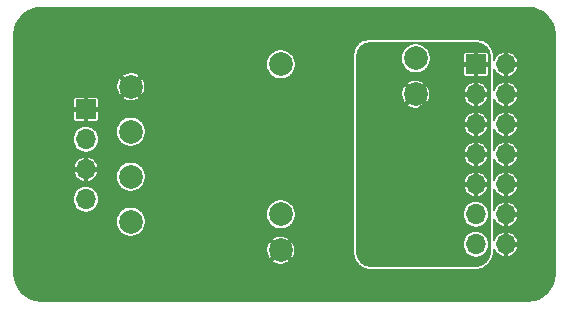
<source format=gbr>
G04 #@! TF.GenerationSoftware,KiCad,Pcbnew,(5.1.2)-2*
G04 #@! TF.CreationDate,2019-08-30T16:50:20-04:00*
G04 #@! TF.ProjectId,Buck Converter SubBoard 0-2,4275636b-2043-46f6-9e76-657274657220,rev?*
G04 #@! TF.SameCoordinates,Original*
G04 #@! TF.FileFunction,Copper,L2,Bot*
G04 #@! TF.FilePolarity,Positive*
%FSLAX46Y46*%
G04 Gerber Fmt 4.6, Leading zero omitted, Abs format (unit mm)*
G04 Created by KiCad (PCBNEW (5.1.2)-2) date 2019-08-30 16:50:20*
%MOMM*%
%LPD*%
G04 APERTURE LIST*
G04 #@! TA.AperFunction,ComponentPad*
%ADD10R,1.700000X1.700000*%
G04 #@! TD*
G04 #@! TA.AperFunction,ComponentPad*
%ADD11O,1.700000X1.700000*%
G04 #@! TD*
G04 #@! TA.AperFunction,ComponentPad*
%ADD12C,2.000000*%
G04 #@! TD*
G04 #@! TA.AperFunction,ViaPad*
%ADD13C,0.800000*%
G04 #@! TD*
G04 #@! TA.AperFunction,ViaPad*
%ADD14C,0.600000*%
G04 #@! TD*
G04 #@! TA.AperFunction,Conductor*
%ADD15C,0.152400*%
G04 #@! TD*
G04 APERTURE END LIST*
D10*
G04 #@! TO.P,J1,1*
G04 #@! TO.N,GND*
X87630000Y-97790000D03*
D11*
G04 #@! TO.P,J1,2*
G04 #@! TO.N,Net-(J1-Pad2)*
X87630000Y-100330000D03*
G04 #@! TO.P,J1,3*
G04 #@! TO.N,GND*
X87630000Y-102870000D03*
G04 #@! TO.P,J1,4*
G04 #@! TO.N,VBUS*
X87630000Y-105410000D03*
G04 #@! TD*
D10*
G04 #@! TO.P,J2,1*
G04 #@! TO.N,+3V3*
X120650000Y-93980000D03*
D11*
G04 #@! TO.P,J2,2*
G04 #@! TO.N,GND*
X123190000Y-93980000D03*
G04 #@! TO.P,J2,3*
G04 #@! TO.N,+3V3*
X120650000Y-96520000D03*
G04 #@! TO.P,J2,4*
G04 #@! TO.N,GND*
X123190000Y-96520000D03*
G04 #@! TO.P,J2,5*
G04 #@! TO.N,+3V3*
X120650000Y-99060000D03*
G04 #@! TO.P,J2,6*
G04 #@! TO.N,GND*
X123190000Y-99060000D03*
G04 #@! TO.P,J2,7*
G04 #@! TO.N,+3V3*
X120650000Y-101600000D03*
G04 #@! TO.P,J2,8*
G04 #@! TO.N,GND*
X123190000Y-101600000D03*
G04 #@! TO.P,J2,9*
G04 #@! TO.N,+3V3*
X120650000Y-104140000D03*
G04 #@! TO.P,J2,10*
G04 #@! TO.N,GND*
X123190000Y-104140000D03*
G04 #@! TO.P,J2,11*
G04 #@! TO.N,+5V*
X120650000Y-106680000D03*
G04 #@! TO.P,J2,12*
G04 #@! TO.N,GND*
X123190000Y-106680000D03*
G04 #@! TO.P,J2,13*
G04 #@! TO.N,+5V*
X120650000Y-109220000D03*
G04 #@! TO.P,J2,14*
G04 #@! TO.N,GND*
X123190000Y-109220000D03*
G04 #@! TD*
D12*
G04 #@! TO.P,TP1,1*
G04 #@! TO.N,VBUS*
X91440000Y-107315000D03*
G04 #@! TD*
G04 #@! TO.P,TP2,1*
G04 #@! TO.N,Net-(J1-Pad2)*
X91440000Y-103505000D03*
G04 #@! TD*
G04 #@! TO.P,TP3,1*
G04 #@! TO.N,Net-(C3-Pad2)*
X104140000Y-106680000D03*
G04 #@! TD*
G04 #@! TO.P,TP4,1*
G04 #@! TO.N,Net-(R2-Pad2)*
X91440000Y-99695000D03*
G04 #@! TD*
G04 #@! TO.P,TP5,1*
G04 #@! TO.N,+5V*
X104140000Y-93980000D03*
G04 #@! TD*
G04 #@! TO.P,TP6,1*
G04 #@! TO.N,+3V3*
X115570000Y-96520000D03*
G04 #@! TD*
G04 #@! TO.P,TP7,1*
G04 #@! TO.N,GND*
X91440000Y-95885000D03*
G04 #@! TD*
G04 #@! TO.P,TP8,1*
G04 #@! TO.N,GND*
X115570000Y-93472000D03*
G04 #@! TD*
G04 #@! TO.P,TP9,1*
G04 #@! TO.N,GND*
X104140000Y-109728000D03*
G04 #@! TD*
D13*
G04 #@! TO.N,GND*
X96520000Y-107950000D03*
X94615000Y-110490000D03*
X95885000Y-110490000D03*
X97155000Y-110490000D03*
X98425000Y-110490000D03*
X99695000Y-107950000D03*
X100965000Y-107950000D03*
X97790000Y-95250000D03*
X105410000Y-96520000D03*
X105410000Y-97790000D03*
X105410000Y-99060000D03*
X105410000Y-100330000D03*
X106680000Y-97790000D03*
X107950000Y-97790000D03*
X107950000Y-96520000D03*
X106680000Y-96520000D03*
X107950000Y-95250000D03*
X106680000Y-95250000D03*
X102235000Y-107950000D03*
X102235000Y-109220000D03*
X102235000Y-110490000D03*
D14*
X96520000Y-102870000D03*
X97409000Y-102870000D03*
X95504000Y-102870000D03*
D13*
G04 #@! TO.N,+3V3*
X118745000Y-92710000D03*
X117475000Y-93345000D03*
X117475000Y-95885000D03*
X118745000Y-96520000D03*
X118745000Y-97790000D03*
X118745000Y-99060000D03*
X118745000Y-100330000D03*
X118745000Y-101600000D03*
X118745000Y-102870000D03*
X118745000Y-104140000D03*
X118745000Y-105410000D03*
X117475000Y-106045000D03*
X117475000Y-104775000D03*
X117475000Y-103505000D03*
X117475000Y-102235000D03*
X117475000Y-100965000D03*
X117475000Y-99695000D03*
X117475000Y-98425000D03*
X117475000Y-97155000D03*
X116205000Y-105410000D03*
X114935000Y-106045000D03*
X113665000Y-105410000D03*
X114935000Y-98425000D03*
X113665000Y-97790000D03*
X112395000Y-98425000D03*
X116205000Y-97790000D03*
X117475000Y-94615000D03*
X118745000Y-95250000D03*
X118745000Y-93980000D03*
G04 #@! TD*
D15*
G04 #@! TO.N,GND*
G36*
X125529104Y-89247620D02*
G01*
X125946668Y-89373690D01*
X126331802Y-89578469D01*
X126669817Y-89854147D01*
X126947853Y-90190236D01*
X127155313Y-90573926D01*
X127284295Y-90990600D01*
X127331394Y-91438711D01*
X127331400Y-91440489D01*
X127331401Y-111745142D01*
X127287380Y-112194104D01*
X127161309Y-112611671D01*
X126956531Y-112996802D01*
X126680853Y-113334817D01*
X126344762Y-113612854D01*
X125961078Y-113820311D01*
X125544400Y-113949295D01*
X125096289Y-113996394D01*
X125094510Y-113996400D01*
X83834848Y-113996400D01*
X83385896Y-113952380D01*
X82968329Y-113826309D01*
X82583198Y-113621531D01*
X82245183Y-113345853D01*
X81967146Y-113009762D01*
X81759689Y-112626078D01*
X81630705Y-112209400D01*
X81583606Y-111761289D01*
X81583600Y-111759510D01*
X81583600Y-110637434D01*
X103392211Y-110637434D01*
X103509940Y-110789662D01*
X103729167Y-110892181D01*
X103964181Y-110949960D01*
X104205952Y-110960781D01*
X104445188Y-110924227D01*
X104672696Y-110841703D01*
X104770060Y-110789662D01*
X104887789Y-110637434D01*
X104140000Y-109889645D01*
X103392211Y-110637434D01*
X81583600Y-110637434D01*
X81583600Y-109793952D01*
X102907219Y-109793952D01*
X102943773Y-110033188D01*
X103026297Y-110260696D01*
X103078338Y-110358060D01*
X103230566Y-110475789D01*
X103978355Y-109728000D01*
X104301645Y-109728000D01*
X105049434Y-110475789D01*
X105201662Y-110358060D01*
X105304181Y-110138833D01*
X105361960Y-109903819D01*
X105372781Y-109662048D01*
X105336227Y-109422812D01*
X105253703Y-109195304D01*
X105201662Y-109097940D01*
X105049434Y-108980211D01*
X104301645Y-109728000D01*
X103978355Y-109728000D01*
X103230566Y-108980211D01*
X103078338Y-109097940D01*
X102975819Y-109317167D01*
X102918040Y-109552181D01*
X102907219Y-109793952D01*
X81583600Y-109793952D01*
X81583600Y-108818566D01*
X103392211Y-108818566D01*
X104140000Y-109566355D01*
X104887789Y-108818566D01*
X104770060Y-108666338D01*
X104550833Y-108563819D01*
X104315819Y-108506040D01*
X104074048Y-108495219D01*
X103834812Y-108531773D01*
X103607304Y-108614297D01*
X103509940Y-108666338D01*
X103392211Y-108818566D01*
X81583600Y-108818566D01*
X81583600Y-107189305D01*
X90163800Y-107189305D01*
X90163800Y-107440695D01*
X90212844Y-107687254D01*
X90309046Y-107919507D01*
X90448711Y-108128530D01*
X90626470Y-108306289D01*
X90835493Y-108445954D01*
X91067746Y-108542156D01*
X91314305Y-108591200D01*
X91565695Y-108591200D01*
X91812254Y-108542156D01*
X92044507Y-108445954D01*
X92253530Y-108306289D01*
X92431289Y-108128530D01*
X92570954Y-107919507D01*
X92667156Y-107687254D01*
X92716200Y-107440695D01*
X92716200Y-107189305D01*
X92667156Y-106942746D01*
X92570954Y-106710493D01*
X92466593Y-106554305D01*
X102863800Y-106554305D01*
X102863800Y-106805695D01*
X102912844Y-107052254D01*
X103009046Y-107284507D01*
X103148711Y-107493530D01*
X103326470Y-107671289D01*
X103535493Y-107810954D01*
X103767746Y-107907156D01*
X104014305Y-107956200D01*
X104265695Y-107956200D01*
X104512254Y-107907156D01*
X104744507Y-107810954D01*
X104953530Y-107671289D01*
X105131289Y-107493530D01*
X105270954Y-107284507D01*
X105367156Y-107052254D01*
X105416200Y-106805695D01*
X105416200Y-106554305D01*
X105367156Y-106307746D01*
X105270954Y-106075493D01*
X105131289Y-105866470D01*
X104953530Y-105688711D01*
X104744507Y-105549046D01*
X104512254Y-105452844D01*
X104265695Y-105403800D01*
X104014305Y-105403800D01*
X103767746Y-105452844D01*
X103535493Y-105549046D01*
X103326470Y-105688711D01*
X103148711Y-105866470D01*
X103009046Y-106075493D01*
X102912844Y-106307746D01*
X102863800Y-106554305D01*
X92466593Y-106554305D01*
X92431289Y-106501470D01*
X92253530Y-106323711D01*
X92044507Y-106184046D01*
X91812254Y-106087844D01*
X91565695Y-106038800D01*
X91314305Y-106038800D01*
X91067746Y-106087844D01*
X90835493Y-106184046D01*
X90626470Y-106323711D01*
X90448711Y-106501470D01*
X90309046Y-106710493D01*
X90212844Y-106942746D01*
X90163800Y-107189305D01*
X81583600Y-107189305D01*
X81583600Y-105410000D01*
X86498351Y-105410000D01*
X86520095Y-105630774D01*
X86584493Y-105843063D01*
X86689068Y-106038710D01*
X86829803Y-106210197D01*
X87001290Y-106350932D01*
X87196937Y-106455507D01*
X87409226Y-106519905D01*
X87574675Y-106536200D01*
X87685325Y-106536200D01*
X87850774Y-106519905D01*
X88063063Y-106455507D01*
X88258710Y-106350932D01*
X88430197Y-106210197D01*
X88570932Y-106038710D01*
X88675507Y-105843063D01*
X88739905Y-105630774D01*
X88761649Y-105410000D01*
X88739905Y-105189226D01*
X88675507Y-104976937D01*
X88570932Y-104781290D01*
X88430197Y-104609803D01*
X88258710Y-104469068D01*
X88063063Y-104364493D01*
X87850774Y-104300095D01*
X87685325Y-104283800D01*
X87574675Y-104283800D01*
X87409226Y-104300095D01*
X87196937Y-104364493D01*
X87001290Y-104469068D01*
X86829803Y-104609803D01*
X86689068Y-104781290D01*
X86584493Y-104976937D01*
X86520095Y-105189226D01*
X86498351Y-105410000D01*
X81583600Y-105410000D01*
X81583600Y-103150673D01*
X86588558Y-103150673D01*
X86608134Y-103215225D01*
X86695119Y-103407948D01*
X86818031Y-103579998D01*
X86972147Y-103724763D01*
X87151543Y-103836680D01*
X87349326Y-103911448D01*
X87515700Y-103885383D01*
X87515700Y-102984300D01*
X87744300Y-102984300D01*
X87744300Y-103885383D01*
X87910674Y-103911448D01*
X88108457Y-103836680D01*
X88287853Y-103724763D01*
X88441969Y-103579998D01*
X88564881Y-103407948D01*
X88577808Y-103379305D01*
X90163800Y-103379305D01*
X90163800Y-103630695D01*
X90212844Y-103877254D01*
X90309046Y-104109507D01*
X90448711Y-104318530D01*
X90626470Y-104496289D01*
X90835493Y-104635954D01*
X91067746Y-104732156D01*
X91314305Y-104781200D01*
X91565695Y-104781200D01*
X91812254Y-104732156D01*
X92044507Y-104635954D01*
X92253530Y-104496289D01*
X92431289Y-104318530D01*
X92570954Y-104109507D01*
X92667156Y-103877254D01*
X92716200Y-103630695D01*
X92716200Y-103379305D01*
X92667156Y-103132746D01*
X92570954Y-102900493D01*
X92431289Y-102691470D01*
X92253530Y-102513711D01*
X92044507Y-102374046D01*
X91812254Y-102277844D01*
X91565695Y-102228800D01*
X91314305Y-102228800D01*
X91067746Y-102277844D01*
X90835493Y-102374046D01*
X90626470Y-102513711D01*
X90448711Y-102691470D01*
X90309046Y-102900493D01*
X90212844Y-103132746D01*
X90163800Y-103379305D01*
X88577808Y-103379305D01*
X88651866Y-103215225D01*
X88671442Y-103150673D01*
X88645035Y-102984300D01*
X87744300Y-102984300D01*
X87515700Y-102984300D01*
X86614965Y-102984300D01*
X86588558Y-103150673D01*
X81583600Y-103150673D01*
X81583600Y-102589327D01*
X86588558Y-102589327D01*
X86614965Y-102755700D01*
X87515700Y-102755700D01*
X87515700Y-101854617D01*
X87744300Y-101854617D01*
X87744300Y-102755700D01*
X88645035Y-102755700D01*
X88671442Y-102589327D01*
X88651866Y-102524775D01*
X88564881Y-102332052D01*
X88441969Y-102160002D01*
X88287853Y-102015237D01*
X88108457Y-101903320D01*
X87910674Y-101828552D01*
X87744300Y-101854617D01*
X87515700Y-101854617D01*
X87349326Y-101828552D01*
X87151543Y-101903320D01*
X86972147Y-102015237D01*
X86818031Y-102160002D01*
X86695119Y-102332052D01*
X86608134Y-102524775D01*
X86588558Y-102589327D01*
X81583600Y-102589327D01*
X81583600Y-100330000D01*
X86498351Y-100330000D01*
X86520095Y-100550774D01*
X86584493Y-100763063D01*
X86689068Y-100958710D01*
X86829803Y-101130197D01*
X87001290Y-101270932D01*
X87196937Y-101375507D01*
X87409226Y-101439905D01*
X87574675Y-101456200D01*
X87685325Y-101456200D01*
X87850774Y-101439905D01*
X88063063Y-101375507D01*
X88258710Y-101270932D01*
X88430197Y-101130197D01*
X88570932Y-100958710D01*
X88675507Y-100763063D01*
X88739905Y-100550774D01*
X88761649Y-100330000D01*
X88739905Y-100109226D01*
X88675507Y-99896937D01*
X88570932Y-99701290D01*
X88462616Y-99569305D01*
X90163800Y-99569305D01*
X90163800Y-99820695D01*
X90212844Y-100067254D01*
X90309046Y-100299507D01*
X90448711Y-100508530D01*
X90626470Y-100686289D01*
X90835493Y-100825954D01*
X91067746Y-100922156D01*
X91314305Y-100971200D01*
X91565695Y-100971200D01*
X91812254Y-100922156D01*
X92044507Y-100825954D01*
X92253530Y-100686289D01*
X92431289Y-100508530D01*
X92570954Y-100299507D01*
X92667156Y-100067254D01*
X92716200Y-99820695D01*
X92716200Y-99569305D01*
X92667156Y-99322746D01*
X92570954Y-99090493D01*
X92431289Y-98881470D01*
X92253530Y-98703711D01*
X92044507Y-98564046D01*
X91812254Y-98467844D01*
X91565695Y-98418800D01*
X91314305Y-98418800D01*
X91067746Y-98467844D01*
X90835493Y-98564046D01*
X90626470Y-98703711D01*
X90448711Y-98881470D01*
X90309046Y-99090493D01*
X90212844Y-99322746D01*
X90163800Y-99569305D01*
X88462616Y-99569305D01*
X88430197Y-99529803D01*
X88258710Y-99389068D01*
X88063063Y-99284493D01*
X87850774Y-99220095D01*
X87685325Y-99203800D01*
X87574675Y-99203800D01*
X87409226Y-99220095D01*
X87196937Y-99284493D01*
X87001290Y-99389068D01*
X86829803Y-99529803D01*
X86689068Y-99701290D01*
X86584493Y-99896937D01*
X86520095Y-100109226D01*
X86498351Y-100330000D01*
X81583600Y-100330000D01*
X81583600Y-98640000D01*
X86550294Y-98640000D01*
X86554708Y-98684813D01*
X86567779Y-98727905D01*
X86589006Y-98767618D01*
X86617573Y-98802427D01*
X86652382Y-98830994D01*
X86692095Y-98852221D01*
X86735187Y-98865292D01*
X86780000Y-98869706D01*
X87458550Y-98868600D01*
X87515700Y-98811450D01*
X87515700Y-97904300D01*
X87744300Y-97904300D01*
X87744300Y-98811450D01*
X87801450Y-98868600D01*
X88480000Y-98869706D01*
X88524813Y-98865292D01*
X88567905Y-98852221D01*
X88607618Y-98830994D01*
X88642427Y-98802427D01*
X88670994Y-98767618D01*
X88692221Y-98727905D01*
X88705292Y-98684813D01*
X88709706Y-98640000D01*
X88708600Y-97961450D01*
X88651450Y-97904300D01*
X87744300Y-97904300D01*
X87515700Y-97904300D01*
X86608550Y-97904300D01*
X86551400Y-97961450D01*
X86550294Y-98640000D01*
X81583600Y-98640000D01*
X81583600Y-96940000D01*
X86550294Y-96940000D01*
X86551400Y-97618550D01*
X86608550Y-97675700D01*
X87515700Y-97675700D01*
X87515700Y-96768550D01*
X87744300Y-96768550D01*
X87744300Y-97675700D01*
X88651450Y-97675700D01*
X88708600Y-97618550D01*
X88709706Y-96940000D01*
X88705292Y-96895187D01*
X88692221Y-96852095D01*
X88670994Y-96812382D01*
X88656265Y-96794434D01*
X90692211Y-96794434D01*
X90809940Y-96946662D01*
X91029167Y-97049181D01*
X91264181Y-97106960D01*
X91505952Y-97117781D01*
X91745188Y-97081227D01*
X91972696Y-96998703D01*
X92070060Y-96946662D01*
X92187789Y-96794434D01*
X91440000Y-96046645D01*
X90692211Y-96794434D01*
X88656265Y-96794434D01*
X88642427Y-96777573D01*
X88607618Y-96749006D01*
X88567905Y-96727779D01*
X88524813Y-96714708D01*
X88480000Y-96710294D01*
X87801450Y-96711400D01*
X87744300Y-96768550D01*
X87515700Y-96768550D01*
X87458550Y-96711400D01*
X86780000Y-96710294D01*
X86735187Y-96714708D01*
X86692095Y-96727779D01*
X86652382Y-96749006D01*
X86617573Y-96777573D01*
X86589006Y-96812382D01*
X86567779Y-96852095D01*
X86554708Y-96895187D01*
X86550294Y-96940000D01*
X81583600Y-96940000D01*
X81583600Y-95950952D01*
X90207219Y-95950952D01*
X90243773Y-96190188D01*
X90326297Y-96417696D01*
X90378338Y-96515060D01*
X90530566Y-96632789D01*
X91278355Y-95885000D01*
X91601645Y-95885000D01*
X92349434Y-96632789D01*
X92501662Y-96515060D01*
X92604181Y-96295833D01*
X92661960Y-96060819D01*
X92672781Y-95819048D01*
X92636227Y-95579812D01*
X92553703Y-95352304D01*
X92501662Y-95254940D01*
X92349434Y-95137211D01*
X91601645Y-95885000D01*
X91278355Y-95885000D01*
X90530566Y-95137211D01*
X90378338Y-95254940D01*
X90275819Y-95474167D01*
X90218040Y-95709181D01*
X90207219Y-95950952D01*
X81583600Y-95950952D01*
X81583600Y-94975566D01*
X90692211Y-94975566D01*
X91440000Y-95723355D01*
X92187789Y-94975566D01*
X92070060Y-94823338D01*
X91850833Y-94720819D01*
X91615819Y-94663040D01*
X91374048Y-94652219D01*
X91134812Y-94688773D01*
X90907304Y-94771297D01*
X90809940Y-94823338D01*
X90692211Y-94975566D01*
X81583600Y-94975566D01*
X81583600Y-93854305D01*
X102863800Y-93854305D01*
X102863800Y-94105695D01*
X102912844Y-94352254D01*
X103009046Y-94584507D01*
X103148711Y-94793530D01*
X103326470Y-94971289D01*
X103535493Y-95110954D01*
X103767746Y-95207156D01*
X104014305Y-95256200D01*
X104265695Y-95256200D01*
X104512254Y-95207156D01*
X104744507Y-95110954D01*
X104953530Y-94971289D01*
X105131289Y-94793530D01*
X105270954Y-94584507D01*
X105367156Y-94352254D01*
X105416200Y-94105695D01*
X105416200Y-93854305D01*
X105367156Y-93607746D01*
X105270954Y-93375493D01*
X105250580Y-93345000D01*
X110213800Y-93345000D01*
X110213800Y-109855000D01*
X110219107Y-109908884D01*
X110315780Y-110394892D01*
X110331497Y-110446705D01*
X110357021Y-110494456D01*
X110632322Y-110906474D01*
X110666671Y-110948329D01*
X110708526Y-110982678D01*
X111120544Y-111257979D01*
X111168295Y-111283503D01*
X111220108Y-111299220D01*
X111706116Y-111395893D01*
X111760000Y-111401200D01*
X120650000Y-111401200D01*
X120703884Y-111395893D01*
X121189892Y-111299220D01*
X121241705Y-111283503D01*
X121289456Y-111257979D01*
X121701474Y-110982678D01*
X121743329Y-110948329D01*
X121777678Y-110906474D01*
X122052979Y-110494456D01*
X122078503Y-110446705D01*
X122094220Y-110394892D01*
X122190893Y-109908884D01*
X122196200Y-109855000D01*
X122196200Y-109627408D01*
X122255119Y-109757948D01*
X122378031Y-109929998D01*
X122532147Y-110074763D01*
X122711543Y-110186680D01*
X122909326Y-110261448D01*
X123075700Y-110235383D01*
X123075700Y-109334300D01*
X123304300Y-109334300D01*
X123304300Y-110235383D01*
X123470674Y-110261448D01*
X123668457Y-110186680D01*
X123847853Y-110074763D01*
X124001969Y-109929998D01*
X124124881Y-109757948D01*
X124211866Y-109565225D01*
X124231442Y-109500673D01*
X124205035Y-109334300D01*
X123304300Y-109334300D01*
X123075700Y-109334300D01*
X123055700Y-109334300D01*
X123055700Y-109105700D01*
X123075700Y-109105700D01*
X123075700Y-108204617D01*
X123304300Y-108204617D01*
X123304300Y-109105700D01*
X124205035Y-109105700D01*
X124231442Y-108939327D01*
X124211866Y-108874775D01*
X124124881Y-108682052D01*
X124001969Y-108510002D01*
X123847853Y-108365237D01*
X123668457Y-108253320D01*
X123470674Y-108178552D01*
X123304300Y-108204617D01*
X123075700Y-108204617D01*
X122909326Y-108178552D01*
X122711543Y-108253320D01*
X122532147Y-108365237D01*
X122378031Y-108510002D01*
X122255119Y-108682052D01*
X122196200Y-108812592D01*
X122196200Y-107087408D01*
X122255119Y-107217948D01*
X122378031Y-107389998D01*
X122532147Y-107534763D01*
X122711543Y-107646680D01*
X122909326Y-107721448D01*
X123075700Y-107695383D01*
X123075700Y-106794300D01*
X123304300Y-106794300D01*
X123304300Y-107695383D01*
X123470674Y-107721448D01*
X123668457Y-107646680D01*
X123847853Y-107534763D01*
X124001969Y-107389998D01*
X124124881Y-107217948D01*
X124211866Y-107025225D01*
X124231442Y-106960673D01*
X124205035Y-106794300D01*
X123304300Y-106794300D01*
X123075700Y-106794300D01*
X123055700Y-106794300D01*
X123055700Y-106565700D01*
X123075700Y-106565700D01*
X123075700Y-105664617D01*
X123304300Y-105664617D01*
X123304300Y-106565700D01*
X124205035Y-106565700D01*
X124231442Y-106399327D01*
X124211866Y-106334775D01*
X124124881Y-106142052D01*
X124001969Y-105970002D01*
X123847853Y-105825237D01*
X123668457Y-105713320D01*
X123470674Y-105638552D01*
X123304300Y-105664617D01*
X123075700Y-105664617D01*
X122909326Y-105638552D01*
X122711543Y-105713320D01*
X122532147Y-105825237D01*
X122378031Y-105970002D01*
X122255119Y-106142052D01*
X122196200Y-106272592D01*
X122196200Y-104547408D01*
X122255119Y-104677948D01*
X122378031Y-104849998D01*
X122532147Y-104994763D01*
X122711543Y-105106680D01*
X122909326Y-105181448D01*
X123075700Y-105155383D01*
X123075700Y-104254300D01*
X123304300Y-104254300D01*
X123304300Y-105155383D01*
X123470674Y-105181448D01*
X123668457Y-105106680D01*
X123847853Y-104994763D01*
X124001969Y-104849998D01*
X124124881Y-104677948D01*
X124211866Y-104485225D01*
X124231442Y-104420673D01*
X124205035Y-104254300D01*
X123304300Y-104254300D01*
X123075700Y-104254300D01*
X123055700Y-104254300D01*
X123055700Y-104025700D01*
X123075700Y-104025700D01*
X123075700Y-103124617D01*
X123304300Y-103124617D01*
X123304300Y-104025700D01*
X124205035Y-104025700D01*
X124231442Y-103859327D01*
X124211866Y-103794775D01*
X124124881Y-103602052D01*
X124001969Y-103430002D01*
X123847853Y-103285237D01*
X123668457Y-103173320D01*
X123470674Y-103098552D01*
X123304300Y-103124617D01*
X123075700Y-103124617D01*
X122909326Y-103098552D01*
X122711543Y-103173320D01*
X122532147Y-103285237D01*
X122378031Y-103430002D01*
X122255119Y-103602052D01*
X122196200Y-103732592D01*
X122196200Y-102007408D01*
X122255119Y-102137948D01*
X122378031Y-102309998D01*
X122532147Y-102454763D01*
X122711543Y-102566680D01*
X122909326Y-102641448D01*
X123075700Y-102615383D01*
X123075700Y-101714300D01*
X123304300Y-101714300D01*
X123304300Y-102615383D01*
X123470674Y-102641448D01*
X123668457Y-102566680D01*
X123847853Y-102454763D01*
X124001969Y-102309998D01*
X124124881Y-102137948D01*
X124211866Y-101945225D01*
X124231442Y-101880673D01*
X124205035Y-101714300D01*
X123304300Y-101714300D01*
X123075700Y-101714300D01*
X123055700Y-101714300D01*
X123055700Y-101485700D01*
X123075700Y-101485700D01*
X123075700Y-100584617D01*
X123304300Y-100584617D01*
X123304300Y-101485700D01*
X124205035Y-101485700D01*
X124231442Y-101319327D01*
X124211866Y-101254775D01*
X124124881Y-101062052D01*
X124001969Y-100890002D01*
X123847853Y-100745237D01*
X123668457Y-100633320D01*
X123470674Y-100558552D01*
X123304300Y-100584617D01*
X123075700Y-100584617D01*
X122909326Y-100558552D01*
X122711543Y-100633320D01*
X122532147Y-100745237D01*
X122378031Y-100890002D01*
X122255119Y-101062052D01*
X122196200Y-101192592D01*
X122196200Y-99467408D01*
X122255119Y-99597948D01*
X122378031Y-99769998D01*
X122532147Y-99914763D01*
X122711543Y-100026680D01*
X122909326Y-100101448D01*
X123075700Y-100075383D01*
X123075700Y-99174300D01*
X123304300Y-99174300D01*
X123304300Y-100075383D01*
X123470674Y-100101448D01*
X123668457Y-100026680D01*
X123847853Y-99914763D01*
X124001969Y-99769998D01*
X124124881Y-99597948D01*
X124211866Y-99405225D01*
X124231442Y-99340673D01*
X124205035Y-99174300D01*
X123304300Y-99174300D01*
X123075700Y-99174300D01*
X123055700Y-99174300D01*
X123055700Y-98945700D01*
X123075700Y-98945700D01*
X123075700Y-98044617D01*
X123304300Y-98044617D01*
X123304300Y-98945700D01*
X124205035Y-98945700D01*
X124231442Y-98779327D01*
X124211866Y-98714775D01*
X124124881Y-98522052D01*
X124001969Y-98350002D01*
X123847853Y-98205237D01*
X123668457Y-98093320D01*
X123470674Y-98018552D01*
X123304300Y-98044617D01*
X123075700Y-98044617D01*
X122909326Y-98018552D01*
X122711543Y-98093320D01*
X122532147Y-98205237D01*
X122378031Y-98350002D01*
X122255119Y-98522052D01*
X122196200Y-98652592D01*
X122196200Y-96927408D01*
X122255119Y-97057948D01*
X122378031Y-97229998D01*
X122532147Y-97374763D01*
X122711543Y-97486680D01*
X122909326Y-97561448D01*
X123075700Y-97535383D01*
X123075700Y-96634300D01*
X123304300Y-96634300D01*
X123304300Y-97535383D01*
X123470674Y-97561448D01*
X123668457Y-97486680D01*
X123847853Y-97374763D01*
X124001969Y-97229998D01*
X124124881Y-97057948D01*
X124211866Y-96865225D01*
X124231442Y-96800673D01*
X124205035Y-96634300D01*
X123304300Y-96634300D01*
X123075700Y-96634300D01*
X123055700Y-96634300D01*
X123055700Y-96405700D01*
X123075700Y-96405700D01*
X123075700Y-95504617D01*
X123304300Y-95504617D01*
X123304300Y-96405700D01*
X124205035Y-96405700D01*
X124231442Y-96239327D01*
X124211866Y-96174775D01*
X124124881Y-95982052D01*
X124001969Y-95810002D01*
X123847853Y-95665237D01*
X123668457Y-95553320D01*
X123470674Y-95478552D01*
X123304300Y-95504617D01*
X123075700Y-95504617D01*
X122909326Y-95478552D01*
X122711543Y-95553320D01*
X122532147Y-95665237D01*
X122378031Y-95810002D01*
X122255119Y-95982052D01*
X122196200Y-96112592D01*
X122196200Y-94387408D01*
X122255119Y-94517948D01*
X122378031Y-94689998D01*
X122532147Y-94834763D01*
X122711543Y-94946680D01*
X122909326Y-95021448D01*
X123075700Y-94995383D01*
X123075700Y-94094300D01*
X123304300Y-94094300D01*
X123304300Y-94995383D01*
X123470674Y-95021448D01*
X123668457Y-94946680D01*
X123847853Y-94834763D01*
X124001969Y-94689998D01*
X124124881Y-94517948D01*
X124211866Y-94325225D01*
X124231442Y-94260673D01*
X124205035Y-94094300D01*
X123304300Y-94094300D01*
X123075700Y-94094300D01*
X123055700Y-94094300D01*
X123055700Y-93865700D01*
X123075700Y-93865700D01*
X123075700Y-92964617D01*
X123304300Y-92964617D01*
X123304300Y-93865700D01*
X124205035Y-93865700D01*
X124231442Y-93699327D01*
X124211866Y-93634775D01*
X124124881Y-93442052D01*
X124001969Y-93270002D01*
X123847853Y-93125237D01*
X123668457Y-93013320D01*
X123470674Y-92938552D01*
X123304300Y-92964617D01*
X123075700Y-92964617D01*
X122909326Y-92938552D01*
X122711543Y-93013320D01*
X122532147Y-93125237D01*
X122378031Y-93270002D01*
X122255119Y-93442052D01*
X122196200Y-93572592D01*
X122196200Y-93345000D01*
X122190893Y-93291116D01*
X122094220Y-92805108D01*
X122078503Y-92753295D01*
X122052979Y-92705544D01*
X121777678Y-92293526D01*
X121743329Y-92251671D01*
X121701474Y-92217322D01*
X121289456Y-91942021D01*
X121241705Y-91916497D01*
X121189892Y-91900780D01*
X120703884Y-91804107D01*
X120650000Y-91798800D01*
X111760000Y-91798800D01*
X111706116Y-91804107D01*
X111220108Y-91900780D01*
X111168295Y-91916497D01*
X111120544Y-91942021D01*
X110708526Y-92217322D01*
X110666671Y-92251671D01*
X110632322Y-92293526D01*
X110357021Y-92705544D01*
X110331497Y-92753295D01*
X110315780Y-92805108D01*
X110219107Y-93291116D01*
X110213800Y-93345000D01*
X105250580Y-93345000D01*
X105131289Y-93166470D01*
X104953530Y-92988711D01*
X104744507Y-92849046D01*
X104512254Y-92752844D01*
X104265695Y-92703800D01*
X104014305Y-92703800D01*
X103767746Y-92752844D01*
X103535493Y-92849046D01*
X103326470Y-92988711D01*
X103148711Y-93166470D01*
X103009046Y-93375493D01*
X102912844Y-93607746D01*
X102863800Y-93854305D01*
X81583600Y-93854305D01*
X81583600Y-91454848D01*
X81627620Y-91005896D01*
X81753690Y-90588332D01*
X81958469Y-90203198D01*
X82234147Y-89865183D01*
X82570236Y-89587147D01*
X82953926Y-89379687D01*
X83370600Y-89250705D01*
X83818711Y-89203606D01*
X83820489Y-89203600D01*
X125080152Y-89203600D01*
X125529104Y-89247620D01*
X125529104Y-89247620D01*
G37*
X125529104Y-89247620D02*
X125946668Y-89373690D01*
X126331802Y-89578469D01*
X126669817Y-89854147D01*
X126947853Y-90190236D01*
X127155313Y-90573926D01*
X127284295Y-90990600D01*
X127331394Y-91438711D01*
X127331400Y-91440489D01*
X127331401Y-111745142D01*
X127287380Y-112194104D01*
X127161309Y-112611671D01*
X126956531Y-112996802D01*
X126680853Y-113334817D01*
X126344762Y-113612854D01*
X125961078Y-113820311D01*
X125544400Y-113949295D01*
X125096289Y-113996394D01*
X125094510Y-113996400D01*
X83834848Y-113996400D01*
X83385896Y-113952380D01*
X82968329Y-113826309D01*
X82583198Y-113621531D01*
X82245183Y-113345853D01*
X81967146Y-113009762D01*
X81759689Y-112626078D01*
X81630705Y-112209400D01*
X81583606Y-111761289D01*
X81583600Y-111759510D01*
X81583600Y-110637434D01*
X103392211Y-110637434D01*
X103509940Y-110789662D01*
X103729167Y-110892181D01*
X103964181Y-110949960D01*
X104205952Y-110960781D01*
X104445188Y-110924227D01*
X104672696Y-110841703D01*
X104770060Y-110789662D01*
X104887789Y-110637434D01*
X104140000Y-109889645D01*
X103392211Y-110637434D01*
X81583600Y-110637434D01*
X81583600Y-109793952D01*
X102907219Y-109793952D01*
X102943773Y-110033188D01*
X103026297Y-110260696D01*
X103078338Y-110358060D01*
X103230566Y-110475789D01*
X103978355Y-109728000D01*
X104301645Y-109728000D01*
X105049434Y-110475789D01*
X105201662Y-110358060D01*
X105304181Y-110138833D01*
X105361960Y-109903819D01*
X105372781Y-109662048D01*
X105336227Y-109422812D01*
X105253703Y-109195304D01*
X105201662Y-109097940D01*
X105049434Y-108980211D01*
X104301645Y-109728000D01*
X103978355Y-109728000D01*
X103230566Y-108980211D01*
X103078338Y-109097940D01*
X102975819Y-109317167D01*
X102918040Y-109552181D01*
X102907219Y-109793952D01*
X81583600Y-109793952D01*
X81583600Y-108818566D01*
X103392211Y-108818566D01*
X104140000Y-109566355D01*
X104887789Y-108818566D01*
X104770060Y-108666338D01*
X104550833Y-108563819D01*
X104315819Y-108506040D01*
X104074048Y-108495219D01*
X103834812Y-108531773D01*
X103607304Y-108614297D01*
X103509940Y-108666338D01*
X103392211Y-108818566D01*
X81583600Y-108818566D01*
X81583600Y-107189305D01*
X90163800Y-107189305D01*
X90163800Y-107440695D01*
X90212844Y-107687254D01*
X90309046Y-107919507D01*
X90448711Y-108128530D01*
X90626470Y-108306289D01*
X90835493Y-108445954D01*
X91067746Y-108542156D01*
X91314305Y-108591200D01*
X91565695Y-108591200D01*
X91812254Y-108542156D01*
X92044507Y-108445954D01*
X92253530Y-108306289D01*
X92431289Y-108128530D01*
X92570954Y-107919507D01*
X92667156Y-107687254D01*
X92716200Y-107440695D01*
X92716200Y-107189305D01*
X92667156Y-106942746D01*
X92570954Y-106710493D01*
X92466593Y-106554305D01*
X102863800Y-106554305D01*
X102863800Y-106805695D01*
X102912844Y-107052254D01*
X103009046Y-107284507D01*
X103148711Y-107493530D01*
X103326470Y-107671289D01*
X103535493Y-107810954D01*
X103767746Y-107907156D01*
X104014305Y-107956200D01*
X104265695Y-107956200D01*
X104512254Y-107907156D01*
X104744507Y-107810954D01*
X104953530Y-107671289D01*
X105131289Y-107493530D01*
X105270954Y-107284507D01*
X105367156Y-107052254D01*
X105416200Y-106805695D01*
X105416200Y-106554305D01*
X105367156Y-106307746D01*
X105270954Y-106075493D01*
X105131289Y-105866470D01*
X104953530Y-105688711D01*
X104744507Y-105549046D01*
X104512254Y-105452844D01*
X104265695Y-105403800D01*
X104014305Y-105403800D01*
X103767746Y-105452844D01*
X103535493Y-105549046D01*
X103326470Y-105688711D01*
X103148711Y-105866470D01*
X103009046Y-106075493D01*
X102912844Y-106307746D01*
X102863800Y-106554305D01*
X92466593Y-106554305D01*
X92431289Y-106501470D01*
X92253530Y-106323711D01*
X92044507Y-106184046D01*
X91812254Y-106087844D01*
X91565695Y-106038800D01*
X91314305Y-106038800D01*
X91067746Y-106087844D01*
X90835493Y-106184046D01*
X90626470Y-106323711D01*
X90448711Y-106501470D01*
X90309046Y-106710493D01*
X90212844Y-106942746D01*
X90163800Y-107189305D01*
X81583600Y-107189305D01*
X81583600Y-105410000D01*
X86498351Y-105410000D01*
X86520095Y-105630774D01*
X86584493Y-105843063D01*
X86689068Y-106038710D01*
X86829803Y-106210197D01*
X87001290Y-106350932D01*
X87196937Y-106455507D01*
X87409226Y-106519905D01*
X87574675Y-106536200D01*
X87685325Y-106536200D01*
X87850774Y-106519905D01*
X88063063Y-106455507D01*
X88258710Y-106350932D01*
X88430197Y-106210197D01*
X88570932Y-106038710D01*
X88675507Y-105843063D01*
X88739905Y-105630774D01*
X88761649Y-105410000D01*
X88739905Y-105189226D01*
X88675507Y-104976937D01*
X88570932Y-104781290D01*
X88430197Y-104609803D01*
X88258710Y-104469068D01*
X88063063Y-104364493D01*
X87850774Y-104300095D01*
X87685325Y-104283800D01*
X87574675Y-104283800D01*
X87409226Y-104300095D01*
X87196937Y-104364493D01*
X87001290Y-104469068D01*
X86829803Y-104609803D01*
X86689068Y-104781290D01*
X86584493Y-104976937D01*
X86520095Y-105189226D01*
X86498351Y-105410000D01*
X81583600Y-105410000D01*
X81583600Y-103150673D01*
X86588558Y-103150673D01*
X86608134Y-103215225D01*
X86695119Y-103407948D01*
X86818031Y-103579998D01*
X86972147Y-103724763D01*
X87151543Y-103836680D01*
X87349326Y-103911448D01*
X87515700Y-103885383D01*
X87515700Y-102984300D01*
X87744300Y-102984300D01*
X87744300Y-103885383D01*
X87910674Y-103911448D01*
X88108457Y-103836680D01*
X88287853Y-103724763D01*
X88441969Y-103579998D01*
X88564881Y-103407948D01*
X88577808Y-103379305D01*
X90163800Y-103379305D01*
X90163800Y-103630695D01*
X90212844Y-103877254D01*
X90309046Y-104109507D01*
X90448711Y-104318530D01*
X90626470Y-104496289D01*
X90835493Y-104635954D01*
X91067746Y-104732156D01*
X91314305Y-104781200D01*
X91565695Y-104781200D01*
X91812254Y-104732156D01*
X92044507Y-104635954D01*
X92253530Y-104496289D01*
X92431289Y-104318530D01*
X92570954Y-104109507D01*
X92667156Y-103877254D01*
X92716200Y-103630695D01*
X92716200Y-103379305D01*
X92667156Y-103132746D01*
X92570954Y-102900493D01*
X92431289Y-102691470D01*
X92253530Y-102513711D01*
X92044507Y-102374046D01*
X91812254Y-102277844D01*
X91565695Y-102228800D01*
X91314305Y-102228800D01*
X91067746Y-102277844D01*
X90835493Y-102374046D01*
X90626470Y-102513711D01*
X90448711Y-102691470D01*
X90309046Y-102900493D01*
X90212844Y-103132746D01*
X90163800Y-103379305D01*
X88577808Y-103379305D01*
X88651866Y-103215225D01*
X88671442Y-103150673D01*
X88645035Y-102984300D01*
X87744300Y-102984300D01*
X87515700Y-102984300D01*
X86614965Y-102984300D01*
X86588558Y-103150673D01*
X81583600Y-103150673D01*
X81583600Y-102589327D01*
X86588558Y-102589327D01*
X86614965Y-102755700D01*
X87515700Y-102755700D01*
X87515700Y-101854617D01*
X87744300Y-101854617D01*
X87744300Y-102755700D01*
X88645035Y-102755700D01*
X88671442Y-102589327D01*
X88651866Y-102524775D01*
X88564881Y-102332052D01*
X88441969Y-102160002D01*
X88287853Y-102015237D01*
X88108457Y-101903320D01*
X87910674Y-101828552D01*
X87744300Y-101854617D01*
X87515700Y-101854617D01*
X87349326Y-101828552D01*
X87151543Y-101903320D01*
X86972147Y-102015237D01*
X86818031Y-102160002D01*
X86695119Y-102332052D01*
X86608134Y-102524775D01*
X86588558Y-102589327D01*
X81583600Y-102589327D01*
X81583600Y-100330000D01*
X86498351Y-100330000D01*
X86520095Y-100550774D01*
X86584493Y-100763063D01*
X86689068Y-100958710D01*
X86829803Y-101130197D01*
X87001290Y-101270932D01*
X87196937Y-101375507D01*
X87409226Y-101439905D01*
X87574675Y-101456200D01*
X87685325Y-101456200D01*
X87850774Y-101439905D01*
X88063063Y-101375507D01*
X88258710Y-101270932D01*
X88430197Y-101130197D01*
X88570932Y-100958710D01*
X88675507Y-100763063D01*
X88739905Y-100550774D01*
X88761649Y-100330000D01*
X88739905Y-100109226D01*
X88675507Y-99896937D01*
X88570932Y-99701290D01*
X88462616Y-99569305D01*
X90163800Y-99569305D01*
X90163800Y-99820695D01*
X90212844Y-100067254D01*
X90309046Y-100299507D01*
X90448711Y-100508530D01*
X90626470Y-100686289D01*
X90835493Y-100825954D01*
X91067746Y-100922156D01*
X91314305Y-100971200D01*
X91565695Y-100971200D01*
X91812254Y-100922156D01*
X92044507Y-100825954D01*
X92253530Y-100686289D01*
X92431289Y-100508530D01*
X92570954Y-100299507D01*
X92667156Y-100067254D01*
X92716200Y-99820695D01*
X92716200Y-99569305D01*
X92667156Y-99322746D01*
X92570954Y-99090493D01*
X92431289Y-98881470D01*
X92253530Y-98703711D01*
X92044507Y-98564046D01*
X91812254Y-98467844D01*
X91565695Y-98418800D01*
X91314305Y-98418800D01*
X91067746Y-98467844D01*
X90835493Y-98564046D01*
X90626470Y-98703711D01*
X90448711Y-98881470D01*
X90309046Y-99090493D01*
X90212844Y-99322746D01*
X90163800Y-99569305D01*
X88462616Y-99569305D01*
X88430197Y-99529803D01*
X88258710Y-99389068D01*
X88063063Y-99284493D01*
X87850774Y-99220095D01*
X87685325Y-99203800D01*
X87574675Y-99203800D01*
X87409226Y-99220095D01*
X87196937Y-99284493D01*
X87001290Y-99389068D01*
X86829803Y-99529803D01*
X86689068Y-99701290D01*
X86584493Y-99896937D01*
X86520095Y-100109226D01*
X86498351Y-100330000D01*
X81583600Y-100330000D01*
X81583600Y-98640000D01*
X86550294Y-98640000D01*
X86554708Y-98684813D01*
X86567779Y-98727905D01*
X86589006Y-98767618D01*
X86617573Y-98802427D01*
X86652382Y-98830994D01*
X86692095Y-98852221D01*
X86735187Y-98865292D01*
X86780000Y-98869706D01*
X87458550Y-98868600D01*
X87515700Y-98811450D01*
X87515700Y-97904300D01*
X87744300Y-97904300D01*
X87744300Y-98811450D01*
X87801450Y-98868600D01*
X88480000Y-98869706D01*
X88524813Y-98865292D01*
X88567905Y-98852221D01*
X88607618Y-98830994D01*
X88642427Y-98802427D01*
X88670994Y-98767618D01*
X88692221Y-98727905D01*
X88705292Y-98684813D01*
X88709706Y-98640000D01*
X88708600Y-97961450D01*
X88651450Y-97904300D01*
X87744300Y-97904300D01*
X87515700Y-97904300D01*
X86608550Y-97904300D01*
X86551400Y-97961450D01*
X86550294Y-98640000D01*
X81583600Y-98640000D01*
X81583600Y-96940000D01*
X86550294Y-96940000D01*
X86551400Y-97618550D01*
X86608550Y-97675700D01*
X87515700Y-97675700D01*
X87515700Y-96768550D01*
X87744300Y-96768550D01*
X87744300Y-97675700D01*
X88651450Y-97675700D01*
X88708600Y-97618550D01*
X88709706Y-96940000D01*
X88705292Y-96895187D01*
X88692221Y-96852095D01*
X88670994Y-96812382D01*
X88656265Y-96794434D01*
X90692211Y-96794434D01*
X90809940Y-96946662D01*
X91029167Y-97049181D01*
X91264181Y-97106960D01*
X91505952Y-97117781D01*
X91745188Y-97081227D01*
X91972696Y-96998703D01*
X92070060Y-96946662D01*
X92187789Y-96794434D01*
X91440000Y-96046645D01*
X90692211Y-96794434D01*
X88656265Y-96794434D01*
X88642427Y-96777573D01*
X88607618Y-96749006D01*
X88567905Y-96727779D01*
X88524813Y-96714708D01*
X88480000Y-96710294D01*
X87801450Y-96711400D01*
X87744300Y-96768550D01*
X87515700Y-96768550D01*
X87458550Y-96711400D01*
X86780000Y-96710294D01*
X86735187Y-96714708D01*
X86692095Y-96727779D01*
X86652382Y-96749006D01*
X86617573Y-96777573D01*
X86589006Y-96812382D01*
X86567779Y-96852095D01*
X86554708Y-96895187D01*
X86550294Y-96940000D01*
X81583600Y-96940000D01*
X81583600Y-95950952D01*
X90207219Y-95950952D01*
X90243773Y-96190188D01*
X90326297Y-96417696D01*
X90378338Y-96515060D01*
X90530566Y-96632789D01*
X91278355Y-95885000D01*
X91601645Y-95885000D01*
X92349434Y-96632789D01*
X92501662Y-96515060D01*
X92604181Y-96295833D01*
X92661960Y-96060819D01*
X92672781Y-95819048D01*
X92636227Y-95579812D01*
X92553703Y-95352304D01*
X92501662Y-95254940D01*
X92349434Y-95137211D01*
X91601645Y-95885000D01*
X91278355Y-95885000D01*
X90530566Y-95137211D01*
X90378338Y-95254940D01*
X90275819Y-95474167D01*
X90218040Y-95709181D01*
X90207219Y-95950952D01*
X81583600Y-95950952D01*
X81583600Y-94975566D01*
X90692211Y-94975566D01*
X91440000Y-95723355D01*
X92187789Y-94975566D01*
X92070060Y-94823338D01*
X91850833Y-94720819D01*
X91615819Y-94663040D01*
X91374048Y-94652219D01*
X91134812Y-94688773D01*
X90907304Y-94771297D01*
X90809940Y-94823338D01*
X90692211Y-94975566D01*
X81583600Y-94975566D01*
X81583600Y-93854305D01*
X102863800Y-93854305D01*
X102863800Y-94105695D01*
X102912844Y-94352254D01*
X103009046Y-94584507D01*
X103148711Y-94793530D01*
X103326470Y-94971289D01*
X103535493Y-95110954D01*
X103767746Y-95207156D01*
X104014305Y-95256200D01*
X104265695Y-95256200D01*
X104512254Y-95207156D01*
X104744507Y-95110954D01*
X104953530Y-94971289D01*
X105131289Y-94793530D01*
X105270954Y-94584507D01*
X105367156Y-94352254D01*
X105416200Y-94105695D01*
X105416200Y-93854305D01*
X105367156Y-93607746D01*
X105270954Y-93375493D01*
X105250580Y-93345000D01*
X110213800Y-93345000D01*
X110213800Y-109855000D01*
X110219107Y-109908884D01*
X110315780Y-110394892D01*
X110331497Y-110446705D01*
X110357021Y-110494456D01*
X110632322Y-110906474D01*
X110666671Y-110948329D01*
X110708526Y-110982678D01*
X111120544Y-111257979D01*
X111168295Y-111283503D01*
X111220108Y-111299220D01*
X111706116Y-111395893D01*
X111760000Y-111401200D01*
X120650000Y-111401200D01*
X120703884Y-111395893D01*
X121189892Y-111299220D01*
X121241705Y-111283503D01*
X121289456Y-111257979D01*
X121701474Y-110982678D01*
X121743329Y-110948329D01*
X121777678Y-110906474D01*
X122052979Y-110494456D01*
X122078503Y-110446705D01*
X122094220Y-110394892D01*
X122190893Y-109908884D01*
X122196200Y-109855000D01*
X122196200Y-109627408D01*
X122255119Y-109757948D01*
X122378031Y-109929998D01*
X122532147Y-110074763D01*
X122711543Y-110186680D01*
X122909326Y-110261448D01*
X123075700Y-110235383D01*
X123075700Y-109334300D01*
X123304300Y-109334300D01*
X123304300Y-110235383D01*
X123470674Y-110261448D01*
X123668457Y-110186680D01*
X123847853Y-110074763D01*
X124001969Y-109929998D01*
X124124881Y-109757948D01*
X124211866Y-109565225D01*
X124231442Y-109500673D01*
X124205035Y-109334300D01*
X123304300Y-109334300D01*
X123075700Y-109334300D01*
X123055700Y-109334300D01*
X123055700Y-109105700D01*
X123075700Y-109105700D01*
X123075700Y-108204617D01*
X123304300Y-108204617D01*
X123304300Y-109105700D01*
X124205035Y-109105700D01*
X124231442Y-108939327D01*
X124211866Y-108874775D01*
X124124881Y-108682052D01*
X124001969Y-108510002D01*
X123847853Y-108365237D01*
X123668457Y-108253320D01*
X123470674Y-108178552D01*
X123304300Y-108204617D01*
X123075700Y-108204617D01*
X122909326Y-108178552D01*
X122711543Y-108253320D01*
X122532147Y-108365237D01*
X122378031Y-108510002D01*
X122255119Y-108682052D01*
X122196200Y-108812592D01*
X122196200Y-107087408D01*
X122255119Y-107217948D01*
X122378031Y-107389998D01*
X122532147Y-107534763D01*
X122711543Y-107646680D01*
X122909326Y-107721448D01*
X123075700Y-107695383D01*
X123075700Y-106794300D01*
X123304300Y-106794300D01*
X123304300Y-107695383D01*
X123470674Y-107721448D01*
X123668457Y-107646680D01*
X123847853Y-107534763D01*
X124001969Y-107389998D01*
X124124881Y-107217948D01*
X124211866Y-107025225D01*
X124231442Y-106960673D01*
X124205035Y-106794300D01*
X123304300Y-106794300D01*
X123075700Y-106794300D01*
X123055700Y-106794300D01*
X123055700Y-106565700D01*
X123075700Y-106565700D01*
X123075700Y-105664617D01*
X123304300Y-105664617D01*
X123304300Y-106565700D01*
X124205035Y-106565700D01*
X124231442Y-106399327D01*
X124211866Y-106334775D01*
X124124881Y-106142052D01*
X124001969Y-105970002D01*
X123847853Y-105825237D01*
X123668457Y-105713320D01*
X123470674Y-105638552D01*
X123304300Y-105664617D01*
X123075700Y-105664617D01*
X122909326Y-105638552D01*
X122711543Y-105713320D01*
X122532147Y-105825237D01*
X122378031Y-105970002D01*
X122255119Y-106142052D01*
X122196200Y-106272592D01*
X122196200Y-104547408D01*
X122255119Y-104677948D01*
X122378031Y-104849998D01*
X122532147Y-104994763D01*
X122711543Y-105106680D01*
X122909326Y-105181448D01*
X123075700Y-105155383D01*
X123075700Y-104254300D01*
X123304300Y-104254300D01*
X123304300Y-105155383D01*
X123470674Y-105181448D01*
X123668457Y-105106680D01*
X123847853Y-104994763D01*
X124001969Y-104849998D01*
X124124881Y-104677948D01*
X124211866Y-104485225D01*
X124231442Y-104420673D01*
X124205035Y-104254300D01*
X123304300Y-104254300D01*
X123075700Y-104254300D01*
X123055700Y-104254300D01*
X123055700Y-104025700D01*
X123075700Y-104025700D01*
X123075700Y-103124617D01*
X123304300Y-103124617D01*
X123304300Y-104025700D01*
X124205035Y-104025700D01*
X124231442Y-103859327D01*
X124211866Y-103794775D01*
X124124881Y-103602052D01*
X124001969Y-103430002D01*
X123847853Y-103285237D01*
X123668457Y-103173320D01*
X123470674Y-103098552D01*
X123304300Y-103124617D01*
X123075700Y-103124617D01*
X122909326Y-103098552D01*
X122711543Y-103173320D01*
X122532147Y-103285237D01*
X122378031Y-103430002D01*
X122255119Y-103602052D01*
X122196200Y-103732592D01*
X122196200Y-102007408D01*
X122255119Y-102137948D01*
X122378031Y-102309998D01*
X122532147Y-102454763D01*
X122711543Y-102566680D01*
X122909326Y-102641448D01*
X123075700Y-102615383D01*
X123075700Y-101714300D01*
X123304300Y-101714300D01*
X123304300Y-102615383D01*
X123470674Y-102641448D01*
X123668457Y-102566680D01*
X123847853Y-102454763D01*
X124001969Y-102309998D01*
X124124881Y-102137948D01*
X124211866Y-101945225D01*
X124231442Y-101880673D01*
X124205035Y-101714300D01*
X123304300Y-101714300D01*
X123075700Y-101714300D01*
X123055700Y-101714300D01*
X123055700Y-101485700D01*
X123075700Y-101485700D01*
X123075700Y-100584617D01*
X123304300Y-100584617D01*
X123304300Y-101485700D01*
X124205035Y-101485700D01*
X124231442Y-101319327D01*
X124211866Y-101254775D01*
X124124881Y-101062052D01*
X124001969Y-100890002D01*
X123847853Y-100745237D01*
X123668457Y-100633320D01*
X123470674Y-100558552D01*
X123304300Y-100584617D01*
X123075700Y-100584617D01*
X122909326Y-100558552D01*
X122711543Y-100633320D01*
X122532147Y-100745237D01*
X122378031Y-100890002D01*
X122255119Y-101062052D01*
X122196200Y-101192592D01*
X122196200Y-99467408D01*
X122255119Y-99597948D01*
X122378031Y-99769998D01*
X122532147Y-99914763D01*
X122711543Y-100026680D01*
X122909326Y-100101448D01*
X123075700Y-100075383D01*
X123075700Y-99174300D01*
X123304300Y-99174300D01*
X123304300Y-100075383D01*
X123470674Y-100101448D01*
X123668457Y-100026680D01*
X123847853Y-99914763D01*
X124001969Y-99769998D01*
X124124881Y-99597948D01*
X124211866Y-99405225D01*
X124231442Y-99340673D01*
X124205035Y-99174300D01*
X123304300Y-99174300D01*
X123075700Y-99174300D01*
X123055700Y-99174300D01*
X123055700Y-98945700D01*
X123075700Y-98945700D01*
X123075700Y-98044617D01*
X123304300Y-98044617D01*
X123304300Y-98945700D01*
X124205035Y-98945700D01*
X124231442Y-98779327D01*
X124211866Y-98714775D01*
X124124881Y-98522052D01*
X124001969Y-98350002D01*
X123847853Y-98205237D01*
X123668457Y-98093320D01*
X123470674Y-98018552D01*
X123304300Y-98044617D01*
X123075700Y-98044617D01*
X122909326Y-98018552D01*
X122711543Y-98093320D01*
X122532147Y-98205237D01*
X122378031Y-98350002D01*
X122255119Y-98522052D01*
X122196200Y-98652592D01*
X122196200Y-96927408D01*
X122255119Y-97057948D01*
X122378031Y-97229998D01*
X122532147Y-97374763D01*
X122711543Y-97486680D01*
X122909326Y-97561448D01*
X123075700Y-97535383D01*
X123075700Y-96634300D01*
X123304300Y-96634300D01*
X123304300Y-97535383D01*
X123470674Y-97561448D01*
X123668457Y-97486680D01*
X123847853Y-97374763D01*
X124001969Y-97229998D01*
X124124881Y-97057948D01*
X124211866Y-96865225D01*
X124231442Y-96800673D01*
X124205035Y-96634300D01*
X123304300Y-96634300D01*
X123075700Y-96634300D01*
X123055700Y-96634300D01*
X123055700Y-96405700D01*
X123075700Y-96405700D01*
X123075700Y-95504617D01*
X123304300Y-95504617D01*
X123304300Y-96405700D01*
X124205035Y-96405700D01*
X124231442Y-96239327D01*
X124211866Y-96174775D01*
X124124881Y-95982052D01*
X124001969Y-95810002D01*
X123847853Y-95665237D01*
X123668457Y-95553320D01*
X123470674Y-95478552D01*
X123304300Y-95504617D01*
X123075700Y-95504617D01*
X122909326Y-95478552D01*
X122711543Y-95553320D01*
X122532147Y-95665237D01*
X122378031Y-95810002D01*
X122255119Y-95982052D01*
X122196200Y-96112592D01*
X122196200Y-94387408D01*
X122255119Y-94517948D01*
X122378031Y-94689998D01*
X122532147Y-94834763D01*
X122711543Y-94946680D01*
X122909326Y-95021448D01*
X123075700Y-94995383D01*
X123075700Y-94094300D01*
X123304300Y-94094300D01*
X123304300Y-94995383D01*
X123470674Y-95021448D01*
X123668457Y-94946680D01*
X123847853Y-94834763D01*
X124001969Y-94689998D01*
X124124881Y-94517948D01*
X124211866Y-94325225D01*
X124231442Y-94260673D01*
X124205035Y-94094300D01*
X123304300Y-94094300D01*
X123075700Y-94094300D01*
X123055700Y-94094300D01*
X123055700Y-93865700D01*
X123075700Y-93865700D01*
X123075700Y-92964617D01*
X123304300Y-92964617D01*
X123304300Y-93865700D01*
X124205035Y-93865700D01*
X124231442Y-93699327D01*
X124211866Y-93634775D01*
X124124881Y-93442052D01*
X124001969Y-93270002D01*
X123847853Y-93125237D01*
X123668457Y-93013320D01*
X123470674Y-92938552D01*
X123304300Y-92964617D01*
X123075700Y-92964617D01*
X122909326Y-92938552D01*
X122711543Y-93013320D01*
X122532147Y-93125237D01*
X122378031Y-93270002D01*
X122255119Y-93442052D01*
X122196200Y-93572592D01*
X122196200Y-93345000D01*
X122190893Y-93291116D01*
X122094220Y-92805108D01*
X122078503Y-92753295D01*
X122052979Y-92705544D01*
X121777678Y-92293526D01*
X121743329Y-92251671D01*
X121701474Y-92217322D01*
X121289456Y-91942021D01*
X121241705Y-91916497D01*
X121189892Y-91900780D01*
X120703884Y-91804107D01*
X120650000Y-91798800D01*
X111760000Y-91798800D01*
X111706116Y-91804107D01*
X111220108Y-91900780D01*
X111168295Y-91916497D01*
X111120544Y-91942021D01*
X110708526Y-92217322D01*
X110666671Y-92251671D01*
X110632322Y-92293526D01*
X110357021Y-92705544D01*
X110331497Y-92753295D01*
X110315780Y-92805108D01*
X110219107Y-93291116D01*
X110213800Y-93345000D01*
X105250580Y-93345000D01*
X105131289Y-93166470D01*
X104953530Y-92988711D01*
X104744507Y-92849046D01*
X104512254Y-92752844D01*
X104265695Y-92703800D01*
X104014305Y-92703800D01*
X103767746Y-92752844D01*
X103535493Y-92849046D01*
X103326470Y-92988711D01*
X103148711Y-93166470D01*
X103009046Y-93375493D01*
X102912844Y-93607746D01*
X102863800Y-93854305D01*
X81583600Y-93854305D01*
X81583600Y-91454848D01*
X81627620Y-91005896D01*
X81753690Y-90588332D01*
X81958469Y-90203198D01*
X82234147Y-89865183D01*
X82570236Y-89587147D01*
X82953926Y-89379687D01*
X83370600Y-89250705D01*
X83818711Y-89203606D01*
X83820489Y-89203600D01*
X125080152Y-89203600D01*
X125529104Y-89247620D01*
G04 #@! TO.N,+3V3*
G36*
X121106277Y-92243452D02*
G01*
X121493089Y-92501911D01*
X121751548Y-92888723D01*
X121843800Y-93352506D01*
X121843800Y-109847494D01*
X121751548Y-110311277D01*
X121493089Y-110698089D01*
X121106277Y-110956548D01*
X120642494Y-111048800D01*
X111767506Y-111048800D01*
X111303723Y-110956548D01*
X110916911Y-110698089D01*
X110658452Y-110311277D01*
X110566200Y-109847494D01*
X110566200Y-109220000D01*
X119518351Y-109220000D01*
X119540095Y-109440774D01*
X119604493Y-109653063D01*
X119709068Y-109848710D01*
X119849803Y-110020197D01*
X120021290Y-110160932D01*
X120216937Y-110265507D01*
X120429226Y-110329905D01*
X120594675Y-110346200D01*
X120705325Y-110346200D01*
X120870774Y-110329905D01*
X121083063Y-110265507D01*
X121278710Y-110160932D01*
X121450197Y-110020197D01*
X121590932Y-109848710D01*
X121695507Y-109653063D01*
X121759905Y-109440774D01*
X121781649Y-109220000D01*
X121759905Y-108999226D01*
X121695507Y-108786937D01*
X121590932Y-108591290D01*
X121450197Y-108419803D01*
X121278710Y-108279068D01*
X121083063Y-108174493D01*
X120870774Y-108110095D01*
X120705325Y-108093800D01*
X120594675Y-108093800D01*
X120429226Y-108110095D01*
X120216937Y-108174493D01*
X120021290Y-108279068D01*
X119849803Y-108419803D01*
X119709068Y-108591290D01*
X119604493Y-108786937D01*
X119540095Y-108999226D01*
X119518351Y-109220000D01*
X110566200Y-109220000D01*
X110566200Y-106680000D01*
X119518351Y-106680000D01*
X119540095Y-106900774D01*
X119604493Y-107113063D01*
X119709068Y-107308710D01*
X119849803Y-107480197D01*
X120021290Y-107620932D01*
X120216937Y-107725507D01*
X120429226Y-107789905D01*
X120594675Y-107806200D01*
X120705325Y-107806200D01*
X120870774Y-107789905D01*
X121083063Y-107725507D01*
X121278710Y-107620932D01*
X121450197Y-107480197D01*
X121590932Y-107308710D01*
X121695507Y-107113063D01*
X121759905Y-106900774D01*
X121781649Y-106680000D01*
X121759905Y-106459226D01*
X121695507Y-106246937D01*
X121590932Y-106051290D01*
X121450197Y-105879803D01*
X121278710Y-105739068D01*
X121083063Y-105634493D01*
X120870774Y-105570095D01*
X120705325Y-105553800D01*
X120594675Y-105553800D01*
X120429226Y-105570095D01*
X120216937Y-105634493D01*
X120021290Y-105739068D01*
X119849803Y-105879803D01*
X119709068Y-106051290D01*
X119604493Y-106246937D01*
X119540095Y-106459226D01*
X119518351Y-106680000D01*
X110566200Y-106680000D01*
X110566200Y-104420673D01*
X119608558Y-104420673D01*
X119628134Y-104485225D01*
X119715119Y-104677948D01*
X119838031Y-104849998D01*
X119992147Y-104994763D01*
X120171543Y-105106680D01*
X120369326Y-105181448D01*
X120535700Y-105155383D01*
X120535700Y-104254300D01*
X120764300Y-104254300D01*
X120764300Y-105155383D01*
X120930674Y-105181448D01*
X121128457Y-105106680D01*
X121307853Y-104994763D01*
X121461969Y-104849998D01*
X121584881Y-104677948D01*
X121671866Y-104485225D01*
X121691442Y-104420673D01*
X121665035Y-104254300D01*
X120764300Y-104254300D01*
X120535700Y-104254300D01*
X119634965Y-104254300D01*
X119608558Y-104420673D01*
X110566200Y-104420673D01*
X110566200Y-103859327D01*
X119608558Y-103859327D01*
X119634965Y-104025700D01*
X120535700Y-104025700D01*
X120535700Y-103124617D01*
X120764300Y-103124617D01*
X120764300Y-104025700D01*
X121665035Y-104025700D01*
X121691442Y-103859327D01*
X121671866Y-103794775D01*
X121584881Y-103602052D01*
X121461969Y-103430002D01*
X121307853Y-103285237D01*
X121128457Y-103173320D01*
X120930674Y-103098552D01*
X120764300Y-103124617D01*
X120535700Y-103124617D01*
X120369326Y-103098552D01*
X120171543Y-103173320D01*
X119992147Y-103285237D01*
X119838031Y-103430002D01*
X119715119Y-103602052D01*
X119628134Y-103794775D01*
X119608558Y-103859327D01*
X110566200Y-103859327D01*
X110566200Y-101880673D01*
X119608558Y-101880673D01*
X119628134Y-101945225D01*
X119715119Y-102137948D01*
X119838031Y-102309998D01*
X119992147Y-102454763D01*
X120171543Y-102566680D01*
X120369326Y-102641448D01*
X120535700Y-102615383D01*
X120535700Y-101714300D01*
X120764300Y-101714300D01*
X120764300Y-102615383D01*
X120930674Y-102641448D01*
X121128457Y-102566680D01*
X121307853Y-102454763D01*
X121461969Y-102309998D01*
X121584881Y-102137948D01*
X121671866Y-101945225D01*
X121691442Y-101880673D01*
X121665035Y-101714300D01*
X120764300Y-101714300D01*
X120535700Y-101714300D01*
X119634965Y-101714300D01*
X119608558Y-101880673D01*
X110566200Y-101880673D01*
X110566200Y-101319327D01*
X119608558Y-101319327D01*
X119634965Y-101485700D01*
X120535700Y-101485700D01*
X120535700Y-100584617D01*
X120764300Y-100584617D01*
X120764300Y-101485700D01*
X121665035Y-101485700D01*
X121691442Y-101319327D01*
X121671866Y-101254775D01*
X121584881Y-101062052D01*
X121461969Y-100890002D01*
X121307853Y-100745237D01*
X121128457Y-100633320D01*
X120930674Y-100558552D01*
X120764300Y-100584617D01*
X120535700Y-100584617D01*
X120369326Y-100558552D01*
X120171543Y-100633320D01*
X119992147Y-100745237D01*
X119838031Y-100890002D01*
X119715119Y-101062052D01*
X119628134Y-101254775D01*
X119608558Y-101319327D01*
X110566200Y-101319327D01*
X110566200Y-99340673D01*
X119608558Y-99340673D01*
X119628134Y-99405225D01*
X119715119Y-99597948D01*
X119838031Y-99769998D01*
X119992147Y-99914763D01*
X120171543Y-100026680D01*
X120369326Y-100101448D01*
X120535700Y-100075383D01*
X120535700Y-99174300D01*
X120764300Y-99174300D01*
X120764300Y-100075383D01*
X120930674Y-100101448D01*
X121128457Y-100026680D01*
X121307853Y-99914763D01*
X121461969Y-99769998D01*
X121584881Y-99597948D01*
X121671866Y-99405225D01*
X121691442Y-99340673D01*
X121665035Y-99174300D01*
X120764300Y-99174300D01*
X120535700Y-99174300D01*
X119634965Y-99174300D01*
X119608558Y-99340673D01*
X110566200Y-99340673D01*
X110566200Y-98779327D01*
X119608558Y-98779327D01*
X119634965Y-98945700D01*
X120535700Y-98945700D01*
X120535700Y-98044617D01*
X120764300Y-98044617D01*
X120764300Y-98945700D01*
X121665035Y-98945700D01*
X121691442Y-98779327D01*
X121671866Y-98714775D01*
X121584881Y-98522052D01*
X121461969Y-98350002D01*
X121307853Y-98205237D01*
X121128457Y-98093320D01*
X120930674Y-98018552D01*
X120764300Y-98044617D01*
X120535700Y-98044617D01*
X120369326Y-98018552D01*
X120171543Y-98093320D01*
X119992147Y-98205237D01*
X119838031Y-98350002D01*
X119715119Y-98522052D01*
X119628134Y-98714775D01*
X119608558Y-98779327D01*
X110566200Y-98779327D01*
X110566200Y-97429434D01*
X114822211Y-97429434D01*
X114939940Y-97581662D01*
X115159167Y-97684181D01*
X115394181Y-97741960D01*
X115635952Y-97752781D01*
X115875188Y-97716227D01*
X116102696Y-97633703D01*
X116200060Y-97581662D01*
X116317789Y-97429434D01*
X115570000Y-96681645D01*
X114822211Y-97429434D01*
X110566200Y-97429434D01*
X110566200Y-96585952D01*
X114337219Y-96585952D01*
X114373773Y-96825188D01*
X114456297Y-97052696D01*
X114508338Y-97150060D01*
X114660566Y-97267789D01*
X115408355Y-96520000D01*
X115731645Y-96520000D01*
X116479434Y-97267789D01*
X116631662Y-97150060D01*
X116734181Y-96930833D01*
X116766181Y-96800673D01*
X119608558Y-96800673D01*
X119628134Y-96865225D01*
X119715119Y-97057948D01*
X119838031Y-97229998D01*
X119992147Y-97374763D01*
X120171543Y-97486680D01*
X120369326Y-97561448D01*
X120535700Y-97535383D01*
X120535700Y-96634300D01*
X120764300Y-96634300D01*
X120764300Y-97535383D01*
X120930674Y-97561448D01*
X121128457Y-97486680D01*
X121307853Y-97374763D01*
X121461969Y-97229998D01*
X121584881Y-97057948D01*
X121671866Y-96865225D01*
X121691442Y-96800673D01*
X121665035Y-96634300D01*
X120764300Y-96634300D01*
X120535700Y-96634300D01*
X119634965Y-96634300D01*
X119608558Y-96800673D01*
X116766181Y-96800673D01*
X116791960Y-96695819D01*
X116802781Y-96454048D01*
X116769973Y-96239327D01*
X119608558Y-96239327D01*
X119634965Y-96405700D01*
X120535700Y-96405700D01*
X120535700Y-95504617D01*
X120764300Y-95504617D01*
X120764300Y-96405700D01*
X121665035Y-96405700D01*
X121691442Y-96239327D01*
X121671866Y-96174775D01*
X121584881Y-95982052D01*
X121461969Y-95810002D01*
X121307853Y-95665237D01*
X121128457Y-95553320D01*
X120930674Y-95478552D01*
X120764300Y-95504617D01*
X120535700Y-95504617D01*
X120369326Y-95478552D01*
X120171543Y-95553320D01*
X119992147Y-95665237D01*
X119838031Y-95810002D01*
X119715119Y-95982052D01*
X119628134Y-96174775D01*
X119608558Y-96239327D01*
X116769973Y-96239327D01*
X116766227Y-96214812D01*
X116683703Y-95987304D01*
X116631662Y-95889940D01*
X116479434Y-95772211D01*
X115731645Y-96520000D01*
X115408355Y-96520000D01*
X114660566Y-95772211D01*
X114508338Y-95889940D01*
X114405819Y-96109167D01*
X114348040Y-96344181D01*
X114337219Y-96585952D01*
X110566200Y-96585952D01*
X110566200Y-95610566D01*
X114822211Y-95610566D01*
X115570000Y-96358355D01*
X116317789Y-95610566D01*
X116200060Y-95458338D01*
X115980833Y-95355819D01*
X115745819Y-95298040D01*
X115504048Y-95287219D01*
X115264812Y-95323773D01*
X115037304Y-95406297D01*
X114939940Y-95458338D01*
X114822211Y-95610566D01*
X110566200Y-95610566D01*
X110566200Y-94830000D01*
X119570294Y-94830000D01*
X119574708Y-94874813D01*
X119587779Y-94917905D01*
X119609006Y-94957618D01*
X119637573Y-94992427D01*
X119672382Y-95020994D01*
X119712095Y-95042221D01*
X119755187Y-95055292D01*
X119800000Y-95059706D01*
X120478550Y-95058600D01*
X120535700Y-95001450D01*
X120535700Y-94094300D01*
X120764300Y-94094300D01*
X120764300Y-95001450D01*
X120821450Y-95058600D01*
X121500000Y-95059706D01*
X121544813Y-95055292D01*
X121587905Y-95042221D01*
X121627618Y-95020994D01*
X121662427Y-94992427D01*
X121690994Y-94957618D01*
X121712221Y-94917905D01*
X121725292Y-94874813D01*
X121729706Y-94830000D01*
X121728600Y-94151450D01*
X121671450Y-94094300D01*
X120764300Y-94094300D01*
X120535700Y-94094300D01*
X119628550Y-94094300D01*
X119571400Y-94151450D01*
X119570294Y-94830000D01*
X110566200Y-94830000D01*
X110566200Y-93352506D01*
X110567433Y-93346305D01*
X114293800Y-93346305D01*
X114293800Y-93597695D01*
X114342844Y-93844254D01*
X114439046Y-94076507D01*
X114578711Y-94285530D01*
X114756470Y-94463289D01*
X114965493Y-94602954D01*
X115197746Y-94699156D01*
X115444305Y-94748200D01*
X115695695Y-94748200D01*
X115942254Y-94699156D01*
X116174507Y-94602954D01*
X116383530Y-94463289D01*
X116561289Y-94285530D01*
X116700954Y-94076507D01*
X116797156Y-93844254D01*
X116846200Y-93597695D01*
X116846200Y-93346305D01*
X116803174Y-93130000D01*
X119570294Y-93130000D01*
X119571400Y-93808550D01*
X119628550Y-93865700D01*
X120535700Y-93865700D01*
X120535700Y-92958550D01*
X120764300Y-92958550D01*
X120764300Y-93865700D01*
X121671450Y-93865700D01*
X121728600Y-93808550D01*
X121729706Y-93130000D01*
X121725292Y-93085187D01*
X121712221Y-93042095D01*
X121690994Y-93002382D01*
X121662427Y-92967573D01*
X121627618Y-92939006D01*
X121587905Y-92917779D01*
X121544813Y-92904708D01*
X121500000Y-92900294D01*
X120821450Y-92901400D01*
X120764300Y-92958550D01*
X120535700Y-92958550D01*
X120478550Y-92901400D01*
X119800000Y-92900294D01*
X119755187Y-92904708D01*
X119712095Y-92917779D01*
X119672382Y-92939006D01*
X119637573Y-92967573D01*
X119609006Y-93002382D01*
X119587779Y-93042095D01*
X119574708Y-93085187D01*
X119570294Y-93130000D01*
X116803174Y-93130000D01*
X116797156Y-93099746D01*
X116700954Y-92867493D01*
X116561289Y-92658470D01*
X116383530Y-92480711D01*
X116174507Y-92341046D01*
X115942254Y-92244844D01*
X115695695Y-92195800D01*
X115444305Y-92195800D01*
X115197746Y-92244844D01*
X114965493Y-92341046D01*
X114756470Y-92480711D01*
X114578711Y-92658470D01*
X114439046Y-92867493D01*
X114342844Y-93099746D01*
X114293800Y-93346305D01*
X110567433Y-93346305D01*
X110658452Y-92888723D01*
X110916911Y-92501911D01*
X111303723Y-92243452D01*
X111767506Y-92151200D01*
X120642494Y-92151200D01*
X121106277Y-92243452D01*
X121106277Y-92243452D01*
G37*
X121106277Y-92243452D02*
X121493089Y-92501911D01*
X121751548Y-92888723D01*
X121843800Y-93352506D01*
X121843800Y-109847494D01*
X121751548Y-110311277D01*
X121493089Y-110698089D01*
X121106277Y-110956548D01*
X120642494Y-111048800D01*
X111767506Y-111048800D01*
X111303723Y-110956548D01*
X110916911Y-110698089D01*
X110658452Y-110311277D01*
X110566200Y-109847494D01*
X110566200Y-109220000D01*
X119518351Y-109220000D01*
X119540095Y-109440774D01*
X119604493Y-109653063D01*
X119709068Y-109848710D01*
X119849803Y-110020197D01*
X120021290Y-110160932D01*
X120216937Y-110265507D01*
X120429226Y-110329905D01*
X120594675Y-110346200D01*
X120705325Y-110346200D01*
X120870774Y-110329905D01*
X121083063Y-110265507D01*
X121278710Y-110160932D01*
X121450197Y-110020197D01*
X121590932Y-109848710D01*
X121695507Y-109653063D01*
X121759905Y-109440774D01*
X121781649Y-109220000D01*
X121759905Y-108999226D01*
X121695507Y-108786937D01*
X121590932Y-108591290D01*
X121450197Y-108419803D01*
X121278710Y-108279068D01*
X121083063Y-108174493D01*
X120870774Y-108110095D01*
X120705325Y-108093800D01*
X120594675Y-108093800D01*
X120429226Y-108110095D01*
X120216937Y-108174493D01*
X120021290Y-108279068D01*
X119849803Y-108419803D01*
X119709068Y-108591290D01*
X119604493Y-108786937D01*
X119540095Y-108999226D01*
X119518351Y-109220000D01*
X110566200Y-109220000D01*
X110566200Y-106680000D01*
X119518351Y-106680000D01*
X119540095Y-106900774D01*
X119604493Y-107113063D01*
X119709068Y-107308710D01*
X119849803Y-107480197D01*
X120021290Y-107620932D01*
X120216937Y-107725507D01*
X120429226Y-107789905D01*
X120594675Y-107806200D01*
X120705325Y-107806200D01*
X120870774Y-107789905D01*
X121083063Y-107725507D01*
X121278710Y-107620932D01*
X121450197Y-107480197D01*
X121590932Y-107308710D01*
X121695507Y-107113063D01*
X121759905Y-106900774D01*
X121781649Y-106680000D01*
X121759905Y-106459226D01*
X121695507Y-106246937D01*
X121590932Y-106051290D01*
X121450197Y-105879803D01*
X121278710Y-105739068D01*
X121083063Y-105634493D01*
X120870774Y-105570095D01*
X120705325Y-105553800D01*
X120594675Y-105553800D01*
X120429226Y-105570095D01*
X120216937Y-105634493D01*
X120021290Y-105739068D01*
X119849803Y-105879803D01*
X119709068Y-106051290D01*
X119604493Y-106246937D01*
X119540095Y-106459226D01*
X119518351Y-106680000D01*
X110566200Y-106680000D01*
X110566200Y-104420673D01*
X119608558Y-104420673D01*
X119628134Y-104485225D01*
X119715119Y-104677948D01*
X119838031Y-104849998D01*
X119992147Y-104994763D01*
X120171543Y-105106680D01*
X120369326Y-105181448D01*
X120535700Y-105155383D01*
X120535700Y-104254300D01*
X120764300Y-104254300D01*
X120764300Y-105155383D01*
X120930674Y-105181448D01*
X121128457Y-105106680D01*
X121307853Y-104994763D01*
X121461969Y-104849998D01*
X121584881Y-104677948D01*
X121671866Y-104485225D01*
X121691442Y-104420673D01*
X121665035Y-104254300D01*
X120764300Y-104254300D01*
X120535700Y-104254300D01*
X119634965Y-104254300D01*
X119608558Y-104420673D01*
X110566200Y-104420673D01*
X110566200Y-103859327D01*
X119608558Y-103859327D01*
X119634965Y-104025700D01*
X120535700Y-104025700D01*
X120535700Y-103124617D01*
X120764300Y-103124617D01*
X120764300Y-104025700D01*
X121665035Y-104025700D01*
X121691442Y-103859327D01*
X121671866Y-103794775D01*
X121584881Y-103602052D01*
X121461969Y-103430002D01*
X121307853Y-103285237D01*
X121128457Y-103173320D01*
X120930674Y-103098552D01*
X120764300Y-103124617D01*
X120535700Y-103124617D01*
X120369326Y-103098552D01*
X120171543Y-103173320D01*
X119992147Y-103285237D01*
X119838031Y-103430002D01*
X119715119Y-103602052D01*
X119628134Y-103794775D01*
X119608558Y-103859327D01*
X110566200Y-103859327D01*
X110566200Y-101880673D01*
X119608558Y-101880673D01*
X119628134Y-101945225D01*
X119715119Y-102137948D01*
X119838031Y-102309998D01*
X119992147Y-102454763D01*
X120171543Y-102566680D01*
X120369326Y-102641448D01*
X120535700Y-102615383D01*
X120535700Y-101714300D01*
X120764300Y-101714300D01*
X120764300Y-102615383D01*
X120930674Y-102641448D01*
X121128457Y-102566680D01*
X121307853Y-102454763D01*
X121461969Y-102309998D01*
X121584881Y-102137948D01*
X121671866Y-101945225D01*
X121691442Y-101880673D01*
X121665035Y-101714300D01*
X120764300Y-101714300D01*
X120535700Y-101714300D01*
X119634965Y-101714300D01*
X119608558Y-101880673D01*
X110566200Y-101880673D01*
X110566200Y-101319327D01*
X119608558Y-101319327D01*
X119634965Y-101485700D01*
X120535700Y-101485700D01*
X120535700Y-100584617D01*
X120764300Y-100584617D01*
X120764300Y-101485700D01*
X121665035Y-101485700D01*
X121691442Y-101319327D01*
X121671866Y-101254775D01*
X121584881Y-101062052D01*
X121461969Y-100890002D01*
X121307853Y-100745237D01*
X121128457Y-100633320D01*
X120930674Y-100558552D01*
X120764300Y-100584617D01*
X120535700Y-100584617D01*
X120369326Y-100558552D01*
X120171543Y-100633320D01*
X119992147Y-100745237D01*
X119838031Y-100890002D01*
X119715119Y-101062052D01*
X119628134Y-101254775D01*
X119608558Y-101319327D01*
X110566200Y-101319327D01*
X110566200Y-99340673D01*
X119608558Y-99340673D01*
X119628134Y-99405225D01*
X119715119Y-99597948D01*
X119838031Y-99769998D01*
X119992147Y-99914763D01*
X120171543Y-100026680D01*
X120369326Y-100101448D01*
X120535700Y-100075383D01*
X120535700Y-99174300D01*
X120764300Y-99174300D01*
X120764300Y-100075383D01*
X120930674Y-100101448D01*
X121128457Y-100026680D01*
X121307853Y-99914763D01*
X121461969Y-99769998D01*
X121584881Y-99597948D01*
X121671866Y-99405225D01*
X121691442Y-99340673D01*
X121665035Y-99174300D01*
X120764300Y-99174300D01*
X120535700Y-99174300D01*
X119634965Y-99174300D01*
X119608558Y-99340673D01*
X110566200Y-99340673D01*
X110566200Y-98779327D01*
X119608558Y-98779327D01*
X119634965Y-98945700D01*
X120535700Y-98945700D01*
X120535700Y-98044617D01*
X120764300Y-98044617D01*
X120764300Y-98945700D01*
X121665035Y-98945700D01*
X121691442Y-98779327D01*
X121671866Y-98714775D01*
X121584881Y-98522052D01*
X121461969Y-98350002D01*
X121307853Y-98205237D01*
X121128457Y-98093320D01*
X120930674Y-98018552D01*
X120764300Y-98044617D01*
X120535700Y-98044617D01*
X120369326Y-98018552D01*
X120171543Y-98093320D01*
X119992147Y-98205237D01*
X119838031Y-98350002D01*
X119715119Y-98522052D01*
X119628134Y-98714775D01*
X119608558Y-98779327D01*
X110566200Y-98779327D01*
X110566200Y-97429434D01*
X114822211Y-97429434D01*
X114939940Y-97581662D01*
X115159167Y-97684181D01*
X115394181Y-97741960D01*
X115635952Y-97752781D01*
X115875188Y-97716227D01*
X116102696Y-97633703D01*
X116200060Y-97581662D01*
X116317789Y-97429434D01*
X115570000Y-96681645D01*
X114822211Y-97429434D01*
X110566200Y-97429434D01*
X110566200Y-96585952D01*
X114337219Y-96585952D01*
X114373773Y-96825188D01*
X114456297Y-97052696D01*
X114508338Y-97150060D01*
X114660566Y-97267789D01*
X115408355Y-96520000D01*
X115731645Y-96520000D01*
X116479434Y-97267789D01*
X116631662Y-97150060D01*
X116734181Y-96930833D01*
X116766181Y-96800673D01*
X119608558Y-96800673D01*
X119628134Y-96865225D01*
X119715119Y-97057948D01*
X119838031Y-97229998D01*
X119992147Y-97374763D01*
X120171543Y-97486680D01*
X120369326Y-97561448D01*
X120535700Y-97535383D01*
X120535700Y-96634300D01*
X120764300Y-96634300D01*
X120764300Y-97535383D01*
X120930674Y-97561448D01*
X121128457Y-97486680D01*
X121307853Y-97374763D01*
X121461969Y-97229998D01*
X121584881Y-97057948D01*
X121671866Y-96865225D01*
X121691442Y-96800673D01*
X121665035Y-96634300D01*
X120764300Y-96634300D01*
X120535700Y-96634300D01*
X119634965Y-96634300D01*
X119608558Y-96800673D01*
X116766181Y-96800673D01*
X116791960Y-96695819D01*
X116802781Y-96454048D01*
X116769973Y-96239327D01*
X119608558Y-96239327D01*
X119634965Y-96405700D01*
X120535700Y-96405700D01*
X120535700Y-95504617D01*
X120764300Y-95504617D01*
X120764300Y-96405700D01*
X121665035Y-96405700D01*
X121691442Y-96239327D01*
X121671866Y-96174775D01*
X121584881Y-95982052D01*
X121461969Y-95810002D01*
X121307853Y-95665237D01*
X121128457Y-95553320D01*
X120930674Y-95478552D01*
X120764300Y-95504617D01*
X120535700Y-95504617D01*
X120369326Y-95478552D01*
X120171543Y-95553320D01*
X119992147Y-95665237D01*
X119838031Y-95810002D01*
X119715119Y-95982052D01*
X119628134Y-96174775D01*
X119608558Y-96239327D01*
X116769973Y-96239327D01*
X116766227Y-96214812D01*
X116683703Y-95987304D01*
X116631662Y-95889940D01*
X116479434Y-95772211D01*
X115731645Y-96520000D01*
X115408355Y-96520000D01*
X114660566Y-95772211D01*
X114508338Y-95889940D01*
X114405819Y-96109167D01*
X114348040Y-96344181D01*
X114337219Y-96585952D01*
X110566200Y-96585952D01*
X110566200Y-95610566D01*
X114822211Y-95610566D01*
X115570000Y-96358355D01*
X116317789Y-95610566D01*
X116200060Y-95458338D01*
X115980833Y-95355819D01*
X115745819Y-95298040D01*
X115504048Y-95287219D01*
X115264812Y-95323773D01*
X115037304Y-95406297D01*
X114939940Y-95458338D01*
X114822211Y-95610566D01*
X110566200Y-95610566D01*
X110566200Y-94830000D01*
X119570294Y-94830000D01*
X119574708Y-94874813D01*
X119587779Y-94917905D01*
X119609006Y-94957618D01*
X119637573Y-94992427D01*
X119672382Y-95020994D01*
X119712095Y-95042221D01*
X119755187Y-95055292D01*
X119800000Y-95059706D01*
X120478550Y-95058600D01*
X120535700Y-95001450D01*
X120535700Y-94094300D01*
X120764300Y-94094300D01*
X120764300Y-95001450D01*
X120821450Y-95058600D01*
X121500000Y-95059706D01*
X121544813Y-95055292D01*
X121587905Y-95042221D01*
X121627618Y-95020994D01*
X121662427Y-94992427D01*
X121690994Y-94957618D01*
X121712221Y-94917905D01*
X121725292Y-94874813D01*
X121729706Y-94830000D01*
X121728600Y-94151450D01*
X121671450Y-94094300D01*
X120764300Y-94094300D01*
X120535700Y-94094300D01*
X119628550Y-94094300D01*
X119571400Y-94151450D01*
X119570294Y-94830000D01*
X110566200Y-94830000D01*
X110566200Y-93352506D01*
X110567433Y-93346305D01*
X114293800Y-93346305D01*
X114293800Y-93597695D01*
X114342844Y-93844254D01*
X114439046Y-94076507D01*
X114578711Y-94285530D01*
X114756470Y-94463289D01*
X114965493Y-94602954D01*
X115197746Y-94699156D01*
X115444305Y-94748200D01*
X115695695Y-94748200D01*
X115942254Y-94699156D01*
X116174507Y-94602954D01*
X116383530Y-94463289D01*
X116561289Y-94285530D01*
X116700954Y-94076507D01*
X116797156Y-93844254D01*
X116846200Y-93597695D01*
X116846200Y-93346305D01*
X116803174Y-93130000D01*
X119570294Y-93130000D01*
X119571400Y-93808550D01*
X119628550Y-93865700D01*
X120535700Y-93865700D01*
X120535700Y-92958550D01*
X120764300Y-92958550D01*
X120764300Y-93865700D01*
X121671450Y-93865700D01*
X121728600Y-93808550D01*
X121729706Y-93130000D01*
X121725292Y-93085187D01*
X121712221Y-93042095D01*
X121690994Y-93002382D01*
X121662427Y-92967573D01*
X121627618Y-92939006D01*
X121587905Y-92917779D01*
X121544813Y-92904708D01*
X121500000Y-92900294D01*
X120821450Y-92901400D01*
X120764300Y-92958550D01*
X120535700Y-92958550D01*
X120478550Y-92901400D01*
X119800000Y-92900294D01*
X119755187Y-92904708D01*
X119712095Y-92917779D01*
X119672382Y-92939006D01*
X119637573Y-92967573D01*
X119609006Y-93002382D01*
X119587779Y-93042095D01*
X119574708Y-93085187D01*
X119570294Y-93130000D01*
X116803174Y-93130000D01*
X116797156Y-93099746D01*
X116700954Y-92867493D01*
X116561289Y-92658470D01*
X116383530Y-92480711D01*
X116174507Y-92341046D01*
X115942254Y-92244844D01*
X115695695Y-92195800D01*
X115444305Y-92195800D01*
X115197746Y-92244844D01*
X114965493Y-92341046D01*
X114756470Y-92480711D01*
X114578711Y-92658470D01*
X114439046Y-92867493D01*
X114342844Y-93099746D01*
X114293800Y-93346305D01*
X110567433Y-93346305D01*
X110658452Y-92888723D01*
X110916911Y-92501911D01*
X111303723Y-92243452D01*
X111767506Y-92151200D01*
X120642494Y-92151200D01*
X121106277Y-92243452D01*
G04 #@! TD*
M02*

</source>
